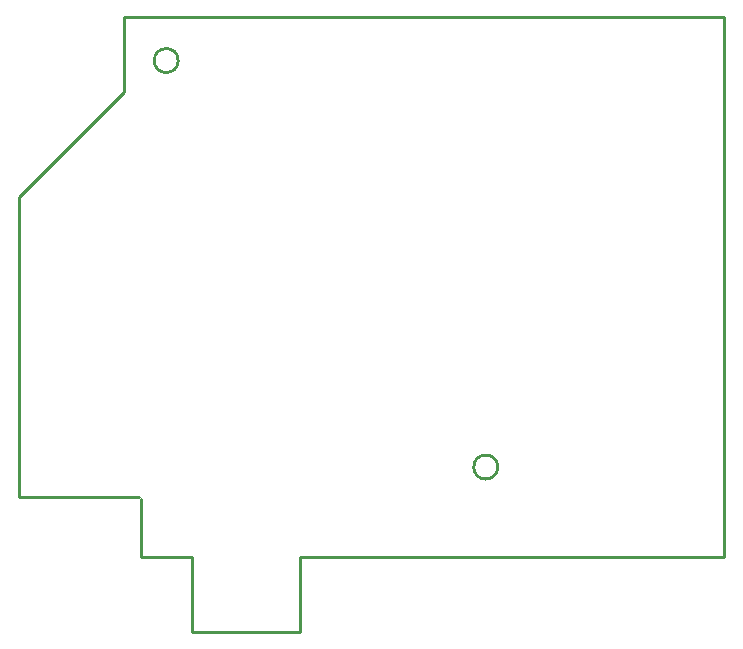
<source format=gko>
G04*
G04 #@! TF.GenerationSoftware,Altium Limited,Altium Designer,18.0.12 (696)*
G04*
G04 Layer_Color=16711935*
%FSLAX24Y24*%
%MOIN*%
G70*
G01*
G75*
%ADD10C,0.0100*%
D10*
X41950Y28950D02*
G03*
X41950Y28950I-400J0D01*
G01*
X31300Y42500D02*
G03*
X31300Y42500I-400J0D01*
G01*
X26000Y37950D02*
X29500Y41450D01*
Y43950D01*
X49500Y25950D02*
X49500Y43950D01*
X35350Y25950D02*
X49500D01*
X29500Y43950D02*
X49500D01*
X35350Y23450D02*
Y25950D01*
X31750Y23450D02*
X35350D01*
X30050Y25950D02*
X31750D01*
Y23450D02*
Y25950D01*
X30050D02*
Y27900D01*
X26000Y27950D02*
X30000D01*
X26000D02*
Y37950D01*
M02*

</source>
